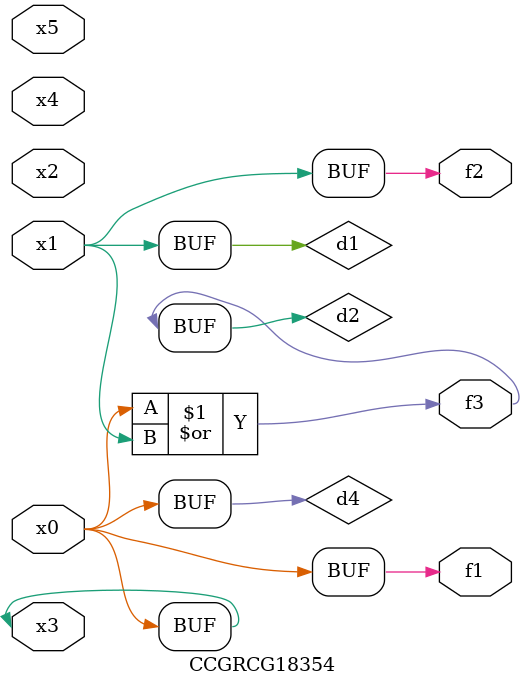
<source format=v>
module CCGRCG18354(
	input x0, x1, x2, x3, x4, x5,
	output f1, f2, f3
);

	wire d1, d2, d3, d4;

	and (d1, x1);
	or (d2, x0, x1);
	nand (d3, x0, x5);
	buf (d4, x0, x3);
	assign f1 = d4;
	assign f2 = d1;
	assign f3 = d2;
endmodule

</source>
